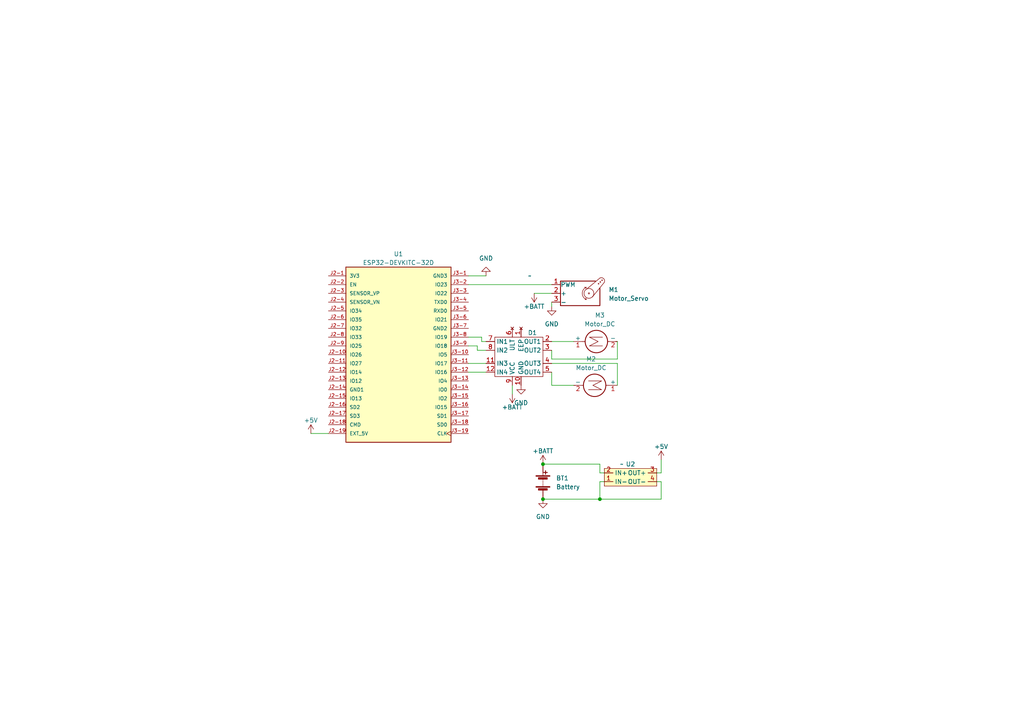
<source format=kicad_sch>
(kicad_sch (version 20230121) (generator eeschema)
  (paper "A4")
  (lib_symbols
    (symbol "Device:Battery" (pin_numbers hide) (pin_names (offset 0) hide)
      (property "Reference" "BT" (at 2.54 2.54 0))
      (property "Value" "Battery" (at 2.54 0 0))
      (symbol "Battery_0_1"
        (rectangle (start -2.032 -1.397) (end 2.032 -1.651) (fill (type outline)))
        (rectangle (start -2.032 1.778) (end 2.032 1.524) (fill (type outline)))
        (rectangle (start -1.3208 -1.9812) (end 1.27 -2.4892) (fill (type outline)))
        (rectangle (start -1.3208 1.1938) (end 1.27 0.6858) (fill (type outline)))
        (polyline (pts (xy 0 -1.524) (xy 0 -1.27)))
        (polyline (pts (xy 0 -1.016) (xy 0 -0.762)))
        (polyline (pts (xy 0 -0.508) (xy 0 -0.254)))
        (polyline (pts (xy 0 0) (xy 0 0.254)))
        (polyline (pts (xy 0 0.508) (xy 0 0.762)))
        (polyline (pts (xy 0 1.778) (xy 0 2.54)))
        (polyline (pts (xy 0.254 2.667) (xy 1.27 2.667)) (stroke (width 0.254)))
        (polyline (pts (xy 0.762 3.175) (xy 0.762 2.159)) (stroke (width 0.254)))
      )
      (symbol "Battery_1_1"
        (pin passive line (at 0 5.08 270) (length 2.54) (name "+") (number "1"))
        (pin passive line (at 0 -5.08 90) (length 2.54) (name "-") (number "2"))
      )
    )
    (symbol "ESP32-DEVKITC-32D:ESP32-DEVKITC-32D" (pin_names (offset 1.016))
      (property "Reference" "U" (at -15.2572 26.0643 0))
      (property "Value" "ESP32-DEVKITC-32D" (at -15.2563 -27.9698 0))
      (symbol "ESP32-DEVKITC-32D_0_0"
        (rectangle (start -15.24 -25.4) (end 15.24 25.4) (stroke (width 0.254)) (fill (type background)))
        (pin power_in line (at -20.32 22.86 0) (length 5.08) (name "3V3") (number "J2-1"))
        (pin bidirectional line (at -20.32 0 0) (length 5.08) (name "IO26") (number "J2-10"))
        (pin bidirectional line (at -20.32 -2.54 0) (length 5.08) (name "IO27") (number "J2-11"))
        (pin bidirectional line (at -20.32 -5.08 0) (length 5.08) (name "IO14") (number "J2-12"))
        (pin bidirectional line (at -20.32 -7.62 0) (length 5.08) (name "IO12") (number "J2-13"))
        (pin power_in line (at -20.32 -10.16 0) (length 5.08) (name "GND1") (number "J2-14"))
        (pin bidirectional line (at -20.32 -12.7 0) (length 5.08) (name "IO13") (number "J2-15"))
        (pin bidirectional line (at -20.32 -15.24 0) (length 5.08) (name "SD2") (number "J2-16"))
        (pin bidirectional line (at -20.32 -17.78 0) (length 5.08) (name "SD3") (number "J2-17"))
        (pin bidirectional line (at -20.32 -20.32 0) (length 5.08) (name "CMD") (number "J2-18"))
        (pin power_in line (at -20.32 -22.86 0) (length 5.08) (name "EXT_5V") (number "J2-19"))
        (pin input line (at -20.32 20.32 0) (length 5.08) (name "EN") (number "J2-2"))
        (pin input line (at -20.32 17.78 0) (length 5.08) (name "SENSOR_VP") (number "J2-3"))
        (pin input line (at -20.32 15.24 0) (length 5.08) (name "SENSOR_VN") (number "J2-4"))
        (pin bidirectional line (at -20.32 12.7 0) (length 5.08) (name "IO34") (number "J2-5"))
        (pin bidirectional line (at -20.32 10.16 0) (length 5.08) (name "IO35") (number "J2-6"))
        (pin bidirectional line (at -20.32 7.62 0) (length 5.08) (name "IO32") (number "J2-7"))
        (pin bidirectional line (at -20.32 5.08 0) (length 5.08) (name "IO33") (number "J2-8"))
        (pin bidirectional line (at -20.32 2.54 0) (length 5.08) (name "IO25") (number "J2-9"))
        (pin power_in line (at 20.32 22.86 180) (length 5.08) (name "GND3") (number "J3-1"))
        (pin bidirectional line (at 20.32 0 180) (length 5.08) (name "IO5") (number "J3-10"))
        (pin bidirectional line (at 20.32 -2.54 180) (length 5.08) (name "IO17") (number "J3-11"))
        (pin bidirectional line (at 20.32 -5.08 180) (length 5.08) (name "IO16") (number "J3-12"))
        (pin bidirectional line (at 20.32 -7.62 180) (length 5.08) (name "IO4") (number "J3-13"))
        (pin bidirectional line (at 20.32 -10.16 180) (length 5.08) (name "IO0") (number "J3-14"))
        (pin bidirectional line (at 20.32 -12.7 180) (length 5.08) (name "IO2") (number "J3-15"))
        (pin bidirectional line (at 20.32 -15.24 180) (length 5.08) (name "IO15") (number "J3-16"))
        (pin bidirectional line (at 20.32 -17.78 180) (length 5.08) (name "SD1") (number "J3-17"))
        (pin bidirectional line (at 20.32 -20.32 180) (length 5.08) (name "SD0") (number "J3-18"))
        (pin input clock (at 20.32 -22.86 180) (length 5.08) (name "CLK") (number "J3-19"))
        (pin bidirectional line (at 20.32 20.32 180) (length 5.08) (name "IO23") (number "J3-2"))
        (pin bidirectional line (at 20.32 17.78 180) (length 5.08) (name "IO22") (number "J3-3"))
        (pin output line (at 20.32 15.24 180) (length 5.08) (name "TXD0") (number "J3-4"))
        (pin input line (at 20.32 12.7 180) (length 5.08) (name "RXD0") (number "J3-5"))
        (pin bidirectional line (at 20.32 10.16 180) (length 5.08) (name "IO21") (number "J3-6"))
        (pin power_in line (at 20.32 7.62 180) (length 5.08) (name "GND2") (number "J3-7"))
        (pin bidirectional line (at 20.32 5.08 180) (length 5.08) (name "IO19") (number "J3-8"))
        (pin bidirectional line (at 20.32 2.54 180) (length 5.08) (name "IO18") (number "J3-9"))
      )
    )
    (symbol "MOTOR_DRV:DSN-MINI"
      (property "Reference" "U" (at 0 0 0))
      (symbol "DSN-MINI_1_1"
        (rectangle (start -5.08 -1.27) (end 10.16 -6.35) (fill (type background)))
        (pin power_in line (at -5.08 -5.08 0) (length 2.54) (name "IN-") (number "1"))
        (pin power_in line (at -5.08 -2.54 0) (length 2.54) (name "IN+") (number "2"))
        (pin power_out line (at 10.16 -2.54 180) (length 2.54) (name "OUT+") (number "3"))
        (pin power_out line (at 10.16 -5.08 180) (length 2.54) (name "OUT-") (number "4"))
      )
    )
    (symbol "MOTOR_DRV:MOTOR_DRV"
      (property "Reference" "D" (at 0 0 0))
      (symbol "MOTOR_DRV_0_1"
        (rectangle (start -10.16 -17.78) (end 3.81 -29.21))
      )
      (symbol "MOTOR_DRV_1_1"
        (pin no_connect line (at -2.54 -15.24 270) (length 2.54) (name "EEP") (number "1"))
        (pin power_in line (at -2.54 -31.75 90) (length 2.54) (name "GND") (number "10"))
        (pin input line (at -12.7 -25.4 0) (length 2.54) (name "IN3") (number "11"))
        (pin input line (at -12.7 -27.94 0) (length 2.54) (name "IN4") (number "12"))
        (pin power_out line (at 6.35 -19.05 180) (length 2.54) (name "OUT1") (number "2"))
        (pin power_out line (at 6.35 -21.59 180) (length 2.54) (name "OUT2") (number "3"))
        (pin power_out line (at 6.35 -25.4 180) (length 2.54) (name "OUT3") (number "4"))
        (pin power_out line (at 6.35 -27.94 180) (length 2.54) (name "OUT4") (number "5"))
        (pin no_connect line (at -5.08 -15.24 270) (length 2.54) (name "ULT") (number "6"))
        (pin input line (at -12.7 -19.05 0) (length 2.54) (name "IN1") (number "7"))
        (pin input line (at -12.7 -21.59 0) (length 2.54) (name "IN2") (number "8"))
        (pin power_in line (at -5.08 -31.75 90) (length 2.54) (name "VCC") (number "9"))
      )
    )
    (symbol "Motor:Motor_DC" (pin_names (offset 0))
      (property "Reference" "M" (at 2.54 2.54 0))
      (property "Value" "Motor_DC" (at 2.54 -5.08 0))
      (symbol "Motor_DC_0_0"
        (polyline (pts (xy -1.27 -3.302) (xy -1.27 0.508) (xy 0 -2.032) (xy 1.27 0.508) (xy 1.27 -3.302)))
      )
      (symbol "Motor_DC_0_1"
        (circle (center 0 -1.524) (radius 3.2512) (stroke (width 0.254)))
        (polyline (pts (xy 0 -7.62) (xy 0 -7.112)))
        (polyline (pts (xy 0 -4.7752) (xy 0 -5.1816)))
        (polyline (pts (xy 0 1.7272) (xy 0 2.0828)))
        (polyline (pts (xy 0 2.032) (xy 0 2.54)))
      )
      (symbol "Motor_DC_1_1"
        (pin passive line (at 0 5.08 270) (length 2.54) (name "+") (number "1"))
        (pin passive line (at 0 -7.62 90) (length 2.54) (name "-") (number "2"))
      )
    )
    (symbol "Motor:Motor_Servo" (pin_names (offset 0.0254))
      (property "Reference" "M" (at -5.08 4.445 0))
      (property "Value" "Motor_Servo" (at -5.08 -4.064 0))
      (symbol "Motor_Servo_0_1"
        (polyline (pts (xy 2.413 -1.778) (xy 2.032 -1.778)))
        (polyline (pts (xy 2.413 -1.778) (xy 2.286 -1.397)))
        (polyline (pts (xy 2.413 1.778) (xy 1.905 1.778)))
        (polyline (pts (xy 2.413 1.778) (xy 2.286 1.397)))
        (polyline (pts (xy 6.35 4.445) (xy 2.54 1.27)))
        (polyline (pts (xy 7.62 3.175) (xy 4.191 -1.016)))
        (polyline (pts (xy 5.08 3.556) (xy -5.08 3.556) (xy -5.08 -3.556) (xy 6.35 -3.556) (xy 6.35 1.524)) (stroke (width 0.254)))
        (arc (start 2.413 1.778) (mid 1.2406 0) (end 2.413 -1.778))
        (circle (center 3.175 0) (radius 0.1778))
        (circle (center 3.175 0) (radius 1.4224))
        (circle (center 5.969 2.794) (radius 0.127))
        (circle (center 6.477 3.302) (radius 0.127))
        (circle (center 6.985 3.81) (radius 0.127))
        (arc (start 7.62 3.175) (mid 7.4485 4.2735) (end 6.35 4.445))
      )
      (symbol "Motor_Servo_1_1"
        (pin passive line (at -7.62 2.54 0) (length 2.54) (name "PWM") (number "1"))
        (pin passive line (at -7.62 0 0) (length 2.54) (name "+") (number "2"))
        (pin passive line (at -7.62 -2.54 0) (length 2.54) (name "-") (number "3"))
      )
    )
    (symbol "power:+5V" (power) (pin_names (offset 0))
      (property "Value" "+5V" (at 0 3.556 0))
      (symbol "+5V_0_1"
        (polyline (pts (xy -0.762 1.27) (xy 0 2.54)))
        (polyline (pts (xy 0 0) (xy 0 2.54)))
        (polyline (pts (xy 0 2.54) (xy 0.762 1.27)))
      )
      (symbol "+5V_1_1"
        (pin power_in line (at 0 0 90) (length 0) hide (name "+5V") (number "1"))
      )
    )
    (symbol "power:+BATT" (power) (pin_names (offset 0))
      (property "Value" "+BATT" (at 0 3.556 0))
      (symbol "+BATT_0_1"
        (polyline (pts (xy -0.762 1.27) (xy 0 2.54)))
        (polyline (pts (xy 0 0) (xy 0 2.54)))
        (polyline (pts (xy 0 2.54) (xy 0.762 1.27)))
      )
      (symbol "+BATT_1_1"
        (pin power_in line (at 0 0 90) (length 0) hide (name "+BATT") (number "1"))
      )
    )
    (symbol "power:GND" (power) (pin_names (offset 0))
      (property "Value" "GND" (at 0 -3.81 0))
      (symbol "GND_0_1"
        (polyline (pts (xy 0 0) (xy 0 -1.27) (xy 1.27 -1.27) (xy 0 -2.54) (xy -1.27 -1.27) (xy 0 -1.27)))
      )
      (symbol "GND_1_1"
        (pin power_in line (at 0 0 270) (length 0) hide (name "GND") (number "1"))
      )
    )
  )
  (junction (at 157.48 134.62))
  (junction (at 157.48 144.78))
  (junction (at 173.99 144.78))
  (wire (pts (xy 148.59 111.76) (xy 148.59 114.3)))
  (wire (pts (xy 166.37 111.76) (xy 160.02 111.76)))
  (wire (pts (xy 160.02 99.06) (xy 166.37 99.06)))
  (wire (pts (xy 191.77 133.35) (xy 191.77 137.16)))
  (wire (pts (xy 135.89 97.79) (xy 139.7 97.79)))
  (wire (pts (xy 154.94 85.09) (xy 160.02 85.09)))
  (wire (pts (xy 173.99 137.16) (xy 173.99 134.62)))
  (wire (pts (xy 157.48 134.62) (xy 173.99 134.62)))
  (wire (pts (xy 179.07 104.14) (xy 179.07 99.06)))
  (wire (pts (xy 175.26 139.7) (xy 173.99 139.7)))
  (wire (pts (xy 135.89 107.95) (xy 140.97 107.95)))
  (wire (pts (xy 179.07 111.76) (xy 179.07 105.41)))
  (wire (pts (xy 138.43 100.33) (xy 138.43 101.6)))
  (wire (pts (xy 160.02 111.76) (xy 160.02 107.95)))
  (wire (pts (xy 160.02 87.63) (xy 160.02 88.9)))
  (wire (pts (xy 179.07 105.41) (xy 160.02 105.41)))
  (wire (pts (xy 191.77 139.7) (xy 191.77 144.78)))
  (wire (pts (xy 138.43 101.6) (xy 140.97 101.6)))
  (wire (pts (xy 173.99 144.78) (xy 191.77 144.78)))
  (wire (pts (xy 135.89 105.41) (xy 140.97 105.41)))
  (wire (pts (xy 160.02 101.6) (xy 160.02 104.14)))
  (wire (pts (xy 173.99 144.78) (xy 157.48 144.78)))
  (wire (pts (xy 190.5 139.7) (xy 191.77 139.7)))
  (wire (pts (xy 135.89 80.01) (xy 140.97 80.01)))
  (wire (pts (xy 160.02 104.14) (xy 179.07 104.14)))
  (wire (pts (xy 191.77 137.16) (xy 190.5 137.16)))
  (wire (pts (xy 135.89 82.55) (xy 160.02 82.55)))
  (wire (pts (xy 139.7 99.06) (xy 140.97 99.06)))
  (wire (pts (xy 173.99 139.7) (xy 173.99 144.78)))
  (wire (pts (xy 90.17 125.73) (xy 95.25 125.73)))
  (wire (pts (xy 139.7 97.79) (xy 139.7 99.06)))
  (wire (pts (xy 135.89 100.33) (xy 138.43 100.33)))
  (wire (pts (xy 175.26 137.16) (xy 173.99 137.16)))
  (symbol (lib_id "power:GND") (at 140.97 80.01 0) (mirror x) (unit 1)
    (property "Reference" "#PWR02" (effects hide))
    (property "Value" "GND" (at 140.97 74.93 0))
  )
  (symbol (lib_id "MOTOR_DRV:MOTOR_DRV") (at 153.67 80.01 0) (unit 1)
    (property "Reference" "D1" (at 153.0859 96.52 0) (effects (justify left)))
    (property "Value" "~" (at 153.67 80.01 0))
    (property "Footprint" "MOTOR:DIP-12_600" (effects hide))
  )
  (symbol (lib_id "Motor:Motor_Servo") (at 167.64 85.09 0) (unit 1)
    (property "Reference" "M1" (at 176.53 84.0216 0) (effects (justify left)))
    (property "Value" "Motor_Servo" (at 176.53 86.5616 0) (effects (justify left)))
    (property "Footprint" "Connector_PinHeader_2.54mm:PinHeader_1x03_P2.54mm_Vertical" (effects hide))
    (property "Datasheet" "http://forums.parallax.com/uploads/attachments/46831/74481.png" (effects hide))
  )
  (symbol (lib_id "Device:Battery") (at 157.48 139.7 0) (unit 1)
    (property "Reference" "BT1" (at 161.29 138.684 0) (effects (justify left)))
    (property "Value" "Battery" (at 161.29 141.224 0) (effects (justify left)))
    (property "Footprint" "TerminalBlock:TerminalBlock_bornier-2_P5.08mm" (effects hide))
  )
  (symbol (lib_id "ESP32-DEVKITC-32D:ESP32-DEVKITC-32D") (at 115.57 102.87 0) (unit 1)
    (property "Reference" "U1" (at 115.57 73.66 0))
    (property "Value" "ESP32-DEVKITC-32D" (at 115.57 76.2 0))
    (property "Footprint" "ESP32-DEVKITC-32D:MODULE_ESP32-DEVKITC-32D" (effects hide))
    (property "SNAPEDA_PN" "ESP32-DEVKITC-32D" (effects hide))
    (property "PARTREV" "V4" (effects hide))
    (property "MANUFACTURER" "Espressif Systems" (effects hide))
    (property "STANDARD" "Manufacturer Recommendations" (effects hide))
    (property "MAXIMUM_PACKAGE_HEIGHT" "N/A" (effects hide))
  )
  (symbol (lib_id "power:+BATT") (at 148.59 114.3 0) (mirror x) (unit 1)
    (property "Reference" "#PWR03" (effects hide))
    (property "Value" "+BATT" (at 148.59 118.11 0))
  )
  (symbol (lib_id "power:GND") (at 151.13 111.76 0) (unit 1)
    (property "Reference" "#PWR01" (effects hide))
    (property "Value" "GND" (at 151.13 116.84 0))
  )
  (symbol (lib_id "Motor:Motor_DC") (at 173.99 111.76 270) (unit 1)
    (property "Reference" "M2" (at 171.45 104.14 90))
    (property "Value" "Motor_DC" (at 171.45 106.68 90))
    (property "Footprint" "TerminalBlock:TerminalBlock_bornier-2_P5.08mm" (effects hide))
  )
  (symbol (lib_id "power:GND") (at 157.48 144.78 0) (unit 1)
    (property "Reference" "#PWR08" (effects hide))
    (property "Value" "GND" (at 157.48 149.86 0))
  )
  (symbol (lib_id "power:+BATT") (at 154.94 85.09 0) (mirror x) (unit 1)
    (property "Reference" "#PWR04" (effects hide))
    (property "Value" "+BATT" (at 154.94 88.9 0))
  )
  (symbol (lib_id "power:+BATT") (at 157.48 134.62 0) (unit 1)
    (property "Reference" "#PWR07" (effects hide))
    (property "Value" "+BATT" (at 157.48 130.81 0))
  )
  (symbol (lib_id "power:GND") (at 160.02 88.9 0) (unit 1)
    (property "Reference" "#PWR05" (effects hide))
    (property "Value" "GND" (at 160.02 93.98 0))
  )
  (symbol (lib_id "power:+5V") (at 90.17 125.73 0) (unit 1)
    (property "Reference" "#PWR06" (effects hide))
    (property "Value" "+5V" (at 90.17 121.92 0))
  )
  (symbol (lib_id "power:+5V") (at 191.77 133.35 0) (unit 1)
    (property "Reference" "#PWR09" (effects hide))
    (property "Value" "+5V" (at 191.77 129.54 0))
  )
  (symbol (lib_id "Motor:Motor_DC") (at 171.45 99.06 90) (unit 1)
    (property "Reference" "M3" (at 173.99 91.44 90))
    (property "Value" "Motor_DC" (at 173.99 93.98 90))
    (property "Footprint" "TerminalBlock:TerminalBlock_bornier-2_P5.08mm" (effects hide))
  )
  (symbol (lib_id "MOTOR_DRV:DSN-MINI") (at 180.34 134.62 0) (unit 1)
    (property "Reference" "U2" (at 182.88 134.62 0))
    (property "Value" "~" (at 180.34 134.62 0))
    (property "Footprint" "MOTOR:DIP-4_600" (effects hide))
  )
)
</source>
